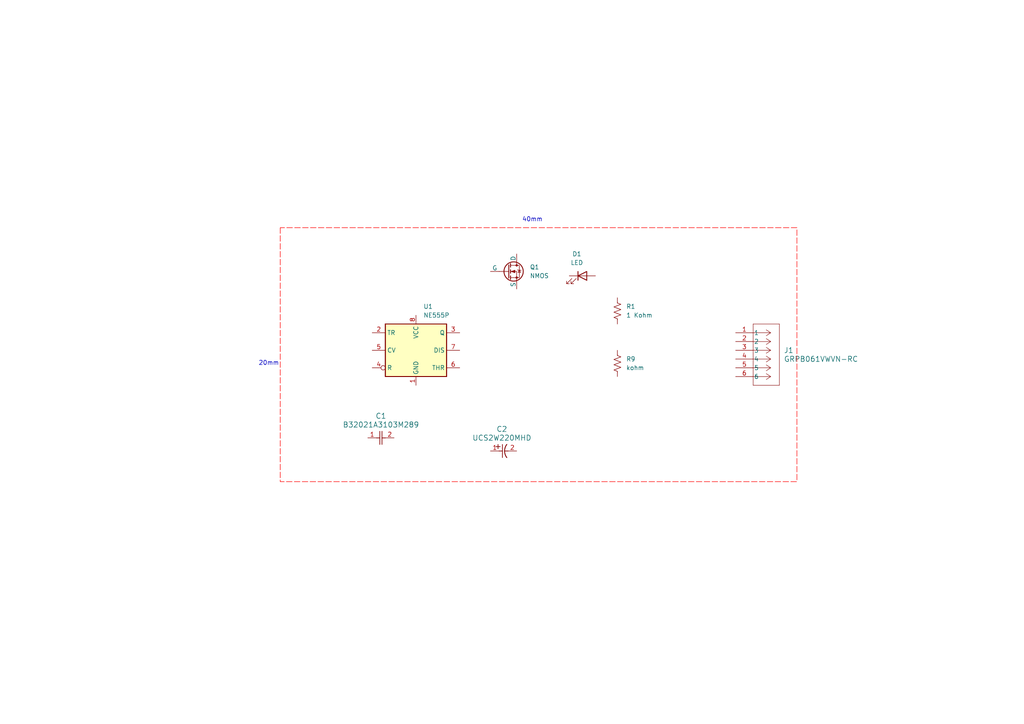
<source format=kicad_sch>
(kicad_sch (version 20250114) (generator "eeschema") (generator_version "9.0")
  (paper "A4")
  (lib_symbols
    (symbol "22uf:UCS2W220MHD" (pin_names (offset 0.254))
      (property "Reference" "C" (at 3.81 3.81 0))
      (property "Value" "UCS2W220MHD" (at 3.81 -3.81 0))
      (symbol "UCS2W220MHD_1_1"
        (polyline (pts (xy 1.5748 1.27) (xy 2.8448 1.27)) (stroke (width 0.2032)))
        (polyline (pts (xy 2.2098 0.635) (xy 2.2098 1.905)) (stroke (width 0.2032)))
        (polyline (pts (xy 2.54 0) (xy 3.4798 0)) (stroke (width 0.2032)))
        (polyline (pts (xy 3.4798 -1.905) (xy 3.4798 1.905)) (stroke (width 0.2032)))
        (polyline (pts (xy 4.1148 0) (xy 5.08 0)) (stroke (width 0.2032)))
        (arc (start 4.7541 -1.9108) (mid 4.1148 0) (end 4.7541 1.9108) (stroke (width 0.254)))
        (pin unspecified line (at 0 0 0) (length 2.54) (name "") (number "1"))
        (pin unspecified line (at 7.62 0 180) (length 2.54) (name "") (number "2"))
      )
      (symbol "UCS2W220MHD_1_2"
        (polyline (pts (xy -1.905 -3.4798) (xy 1.905 -3.4798)) (stroke (width 0.2032)))
        (polyline (pts (xy 0 -2.54) (xy 0 -3.4798)) (stroke (width 0.2032)))
        (polyline (pts (xy 0 -4.1148) (xy 0 -5.08)) (stroke (width 0.2032)))
        (arc (start -1.9108 -4.7541) (mid 0 -4.1148) (end 1.9108 -4.7541) (stroke (width 0.254)))
        (polyline (pts (xy 0.635 -2.2098) (xy 1.905 -2.2098)) (stroke (width 0.2032)))
        (polyline (pts (xy 1.27 -1.5748) (xy 1.27 -2.8448)) (stroke (width 0.2032)))
        (pin unspecified line (at 0 0 270) (length 2.54) (name "") (number "2"))
        (pin unspecified line (at 0 -7.62 90) (length 2.54) (name "") (number "1"))
      )
    )
    (symbol "6 Pin:GRPB061VWVN-RC" (pin_names (offset 0.254))
      (property "Reference" "J" (at 8.89 6.35 0))
      (property "Value" "GRPB061VWVN-RC" (at 0 0 0))
      (symbol "GRPB061VWVN-RC_1_1"
        (polyline (pts (xy 5.08 2.54) (xy 5.08 -15.24)) (stroke (width 0.127)))
        (polyline (pts (xy 5.08 -15.24) (xy 12.7 -15.24)) (stroke (width 0.127)))
        (polyline (pts (xy 10.16 0) (xy 5.08 0)) (stroke (width 0.127)))
        (polyline (pts (xy 10.16 0) (xy 8.89 0.8467)) (stroke (width 0.127)))
        (polyline (pts (xy 10.16 0) (xy 8.89 -0.8467)) (stroke (width 0.127)))
        (polyline (pts (xy 10.16 -2.54) (xy 5.08 -2.54)) (stroke (width 0.127)))
        (polyline (pts (xy 10.16 -2.54) (xy 8.89 -1.6933)) (stroke (width 0.127)))
        (polyline (pts (xy 10.16 -2.54) (xy 8.89 -3.3867)) (stroke (width 0.127)))
        (polyline (pts (xy 10.16 -5.08) (xy 5.08 -5.08)) (stroke (width 0.127)))
        (polyline (pts (xy 10.16 -5.08) (xy 8.89 -4.2333)) (stroke (width 0.127)))
        (polyline (pts (xy 10.16 -5.08) (xy 8.89 -5.9267)) (stroke (width 0.127)))
        (polyline (pts (xy 10.16 -7.62) (xy 5.08 -7.62)) (stroke (width 0.127)))
        (polyline (pts (xy 10.16 -7.62) (xy 8.89 -6.7733)) (stroke (width 0.127)))
        (polyline (pts (xy 10.16 -7.62) (xy 8.89 -8.4667)) (stroke (width 0.127)))
        (polyline (pts (xy 10.16 -10.16) (xy 5.08 -10.16)) (stroke (width 0.127)))
        (polyline (pts (xy 10.16 -10.16) (xy 8.89 -9.3133)) (stroke (width 0.127)))
        (polyline (pts (xy 10.16 -10.16) (xy 8.89 -11.0067)) (stroke (width 0.127)))
        (polyline (pts (xy 10.16 -12.7) (xy 5.08 -12.7)) (stroke (width 0.127)))
        (polyline (pts (xy 10.16 -12.7) (xy 8.89 -11.8533)) (stroke (width 0.127)))
        (polyline (pts (xy 10.16 -12.7) (xy 8.89 -13.5467)) (stroke (width 0.127)))
        (polyline (pts (xy 12.7 2.54) (xy 5.08 2.54)) (stroke (width 0.127)))
        (polyline (pts (xy 12.7 -15.24) (xy 12.7 2.54)) (stroke (width 0.127)))
        (pin unspecified line (at 0 0 0) (length 5.08) (name "1") (number "1"))
        (pin unspecified line (at 0 -2.54 0) (length 5.08) (name "2") (number "2"))
        (pin unspecified line (at 0 -5.08 0) (length 5.08) (name "3") (number "3"))
        (pin unspecified line (at 0 -7.62 0) (length 5.08) (name "4") (number "4"))
        (pin unspecified line (at 0 -10.16 0) (length 5.08) (name "5") (number "5"))
        (pin unspecified line (at 0 -12.7 0) (length 5.08) (name "6") (number "6"))
      )
      (symbol "GRPB061VWVN-RC_1_2"
        (polyline (pts (xy 5.08 2.54) (xy 5.08 -15.24)) (stroke (width 0.127)))
        (polyline (pts (xy 5.08 -15.24) (xy 12.7 -15.24)) (stroke (width 0.127)))
        (polyline (pts (xy 7.62 0) (xy 5.08 0)) (stroke (width 0.127)))
        (polyline (pts (xy 7.62 0) (xy 8.89 0.8467)) (stroke (width 0.127)))
        (polyline (pts (xy 7.62 0) (xy 8.89 -0.8467)) (stroke (width 0.127)))
        (polyline (pts (xy 7.62 -2.54) (xy 5.08 -2.54)) (stroke (width 0.127)))
        (polyline (pts (xy 7.62 -2.54) (xy 8.89 -1.6933)) (stroke (width 0.127)))
        (polyline (pts (xy 7.62 -2.54) (xy 8.89 -3.3867)) (stroke (width 0.127)))
        (polyline (pts (xy 7.62 -5.08) (xy 5.08 -5.08)) (stroke (width 0.127)))
        (polyline (pts (xy 7.62 -5.08) (xy 8.89 -4.2333)) (stroke (width 0.127)))
        (polyline (pts (xy 7.62 -5.08) (xy 8.89 -5.9267)) (stroke (width 0.127)))
        (polyline (pts (xy 7.62 -7.62) (xy 5.08 -7.62)) (stroke (width 0.127)))
        (polyline (pts (xy 7.62 -7.62) (xy 8.89 -6.7733)) (stroke (width 0.127)))
        (polyline (pts (xy 7.62 -7.62) (xy 8.89 -8.4667)) (stroke (width 0.127)))
        (polyline (pts (xy 7.62 -10.16) (xy 5.08 -10.16)) (stroke (width 0.127)))
        (polyline (pts (xy 7.62 -10.16) (xy 8.89 -9.3133)) (stroke (width 0.127)))
        (polyline (pts (xy 7.62 -10.16) (xy 8.89 -11.0067)) (stroke (width 0.127)))
        (polyline (pts (xy 7.62 -12.7) (xy 5.08 -12.7)) (stroke (width 0.127)))
        (polyline (pts (xy 7.62 -12.7) (xy 8.89 -11.8533)) (stroke (width 0.127)))
        (polyline (pts (xy 7.62 -12.7) (xy 8.89 -13.5467)) (stroke (width 0.127)))
        (polyline (pts (xy 12.7 2.54) (xy 5.08 2.54)) (stroke (width 0.127)))
        (polyline (pts (xy 12.7 -15.24) (xy 12.7 2.54)) (stroke (width 0.127)))
        (pin unspecified line (at 0 0 0) (length 5.08) (name "1") (number "1"))
        (pin unspecified line (at 0 -2.54 0) (length 5.08) (name "2") (number "2"))
        (pin unspecified line (at 0 -5.08 0) (length 5.08) (name "3") (number "3"))
        (pin unspecified line (at 0 -7.62 0) (length 5.08) (name "4") (number "4"))
        (pin unspecified line (at 0 -10.16 0) (length 5.08) (name "5") (number "5"))
        (pin unspecified line (at 0 -12.7 0) (length 5.08) (name "6") (number "6"))
      )
    )
    (symbol "C3 10nf:B32021A3103M289" (pin_names (offset 0.254))
      (property "Reference" "C" (at 3.81 3.81 0))
      (property "Value" "B32021A3103M289" (at 3.81 -3.81 0))
      (symbol "B32021A3103M289_1_1"
        (polyline (pts (xy 2.54 0) (xy 3.4798 0)) (stroke (width 0.2032)))
        (polyline (pts (xy 3.4798 -1.905) (xy 3.4798 1.905)) (stroke (width 0.2032)))
        (polyline (pts (xy 4.1148 0) (xy 5.08 0)) (stroke (width 0.2032)))
        (polyline (pts (xy 4.1148 -1.905) (xy 4.1148 1.905)) (stroke (width 0.2032)))
        (pin unspecified line (at 0 0 0) (length 2.54) (name "") (number "1"))
        (pin unspecified line (at 7.62 0 180) (length 2.54) (name "") (number "2"))
      )
      (symbol "B32021A3103M289_1_2"
        (polyline (pts (xy -1.905 -3.4798) (xy 1.905 -3.4798)) (stroke (width 0.2032)))
        (polyline (pts (xy -1.905 -4.1148) (xy 1.905 -4.1148)) (stroke (width 0.2032)))
        (polyline (pts (xy 0 -2.54) (xy 0 -3.4798)) (stroke (width 0.2032)))
        (polyline (pts (xy 0 -4.1148) (xy 0 -5.08)) (stroke (width 0.2032)))
        (pin unspecified line (at 0 0 270) (length 2.54) (name "") (number "1"))
        (pin unspecified line (at 0 -7.62 90) (length 2.54) (name "") (number "2"))
      )
    )
    (symbol "Device:LED" (pin_numbers (hide yes)) (pin_names (offset 1.016) (hide yes))
      (property "Reference" "D" (at 0 2.54 0))
      (property "Value" "LED" (at 0 -2.54 0))
      (symbol "LED_0_1"
        (polyline (pts (xy -3.048 -0.762) (xy -4.572 -2.286) (xy -3.81 -2.286) (xy -4.572 -2.286) (xy -4.572 -1.524)))
        (polyline (pts (xy -1.778 -0.762) (xy -3.302 -2.286) (xy -2.54 -2.286) (xy -3.302 -2.286) (xy -3.302 -1.524)))
        (polyline (pts (xy -1.27 0) (xy 1.27 0)))
        (polyline (pts (xy -1.27 -1.27) (xy -1.27 1.27)) (stroke (width 0.254)))
        (polyline (pts (xy 1.27 -1.27) (xy 1.27 1.27) (xy -1.27 0) (xy 1.27 -1.27)) (stroke (width 0.254)))
      )
      (symbol "LED_1_1"
        (pin passive line (at -3.81 0 0) (length 2.54) (name "K") (number "1"))
        (pin passive line (at 3.81 0 180) (length 2.54) (name "A") (number "2"))
      )
    )
    (symbol "Device:R_US" (pin_numbers (hide yes)) (pin_names (offset 0))
      (property "Reference" "R" (at 2.54 0 90))
      (property "Value" "R_US" (at -2.54 0 90))
      (symbol "R_US_0_1"
        (polyline (pts (xy 0 2.286) (xy 0 2.54)))
        (polyline (pts (xy 0 2.286) (xy 1.016 1.905) (xy 0 1.524) (xy -1.016 1.143) (xy 0 0.762)))
        (polyline (pts (xy 0 0.762) (xy 1.016 0.381) (xy 0 0) (xy -1.016 -0.381) (xy 0 -0.762)))
        (polyline (pts (xy 0 -0.762) (xy 1.016 -1.143) (xy 0 -1.524) (xy -1.016 -1.905) (xy 0 -2.286)))
        (polyline (pts (xy 0 -2.286) (xy 0 -2.54)))
      )
      (symbol "R_US_1_1"
        (pin passive line (at 0 3.81 270) (length 1.27) (name "~") (number "1"))
        (pin passive line (at 0 -3.81 90) (length 1.27) (name "~") (number "2"))
      )
    )
    (symbol "Simulation_SPICE:NMOS" (pin_numbers (hide yes)) (pin_names (offset 0))
      (property "Reference" "Q" (at 5.08 1.27 0))
      (property "Value" "NMOS" (at 5.08 -1.27 0))
      (symbol "NMOS_0_1"
        (polyline (pts (xy 0.254 1.905) (xy 0.254 -1.905)) (stroke (width 0.254)))
        (polyline (pts (xy 0.254 0) (xy -2.54 0)))
        (polyline (pts (xy 0.762 2.286) (xy 0.762 1.27)) (stroke (width 0.254)))
        (polyline (pts (xy 0.762 0.508) (xy 0.762 -0.508)) (stroke (width 0.254)))
        (polyline (pts (xy 0.762 -1.27) (xy 0.762 -2.286)) (stroke (width 0.254)))
        (polyline (pts (xy 0.762 -1.778) (xy 3.302 -1.778) (xy 3.302 1.778) (xy 0.762 1.778)))
        (polyline (pts (xy 1.016 0) (xy 2.032 0.381) (xy 2.032 -0.381) (xy 1.016 0)) (fill (type outline)))
        (circle (center 1.651 0) (radius 2.794) (stroke (width 0.254)))
        (polyline (pts (xy 2.54 2.54) (xy 2.54 1.778)))
        (circle (center 2.54 1.778) (radius 0.254) (fill (type outline)))
        (circle (center 2.54 -1.778) (radius 0.254) (fill (type outline)))
        (polyline (pts (xy 2.54 -2.54) (xy 2.54 0) (xy 0.762 0)))
        (polyline (pts (xy 2.794 0.508) (xy 2.921 0.381) (xy 3.683 0.381) (xy 3.81 0.254)))
        (polyline (pts (xy 3.302 0.381) (xy 2.921 -0.254) (xy 3.683 -0.254) (xy 3.302 0.381)))
      )
      (symbol "NMOS_1_1"
        (pin input line (at -5.08 0 0) (length 2.54) (name "G") (number "2"))
        (pin passive line (at 2.54 5.08 270) (length 2.54) (name "D") (number "1"))
        (pin passive line (at 2.54 -5.08 90) (length 2.54) (name "S") (number "3"))
      )
    )
    (symbol "Timer:NE555P"
      (property "Reference" "U" (at -10.16 8.89 0))
      (property "Value" "NE555P" (at 2.54 8.89 0))
      (symbol "NE555P_0_0"
        (pin power_in line (at 0 10.16 270) (length 2.54) (name "VCC") (number "8"))
        (pin power_in line (at 0 -10.16 90) (length 2.54) (name "GND") (number "1"))
      )
      (symbol "NE555P_0_1"
        (rectangle (start -8.89 -7.62) (end 8.89 7.62) (stroke (width 0.254)) (fill (type background)))
        (rectangle (start -8.89 -7.62) (end 8.89 7.62) (stroke (width 0.254)) (fill (type background)))
      )
      (symbol "NE555P_1_1"
        (pin input line (at -12.7 5.08 0) (length 3.81) (name "TR") (number "2"))
        (pin input line (at -12.7 0 0) (length 3.81) (name "CV") (number "5"))
        (pin input inverted (at -12.7 -5.08 0) (length 3.81) (name "R") (number "4"))
        (pin output line (at 12.7 5.08 180) (length 3.81) (name "Q") (number "3"))
        (pin input line (at 12.7 0 180) (length 3.81) (name "DIS") (number "7"))
        (pin input line (at 12.7 -5.08 180) (length 3.81) (name "THR") (number "6"))
      )
    )
  )
  (text "40mm" (at 154.432 63.754 0) (effects (font (size 1.27 1.27))))
  (text "20mm" (at 77.978 105.41 0) (effects (font (size 1.27 1.27))))
  (rule_area (polyline (pts (xy 81.28 66.04) (xy 81.28 139.7) (xy 231.14 139.7) (xy 231.14 66.04)) (stroke (width 0) (type dash))))
  (symbol (lib_id "Device:R_US") (at 179.07 90.17 0) (unit 1)
    (property "Reference" "R1" (at 181.61 88.8999 0) (effects (justify left)))
    (property "Value" "1 Kohm" (at 181.61 91.4399 0) (effects (justify left)))
    (property "Description" "Resistor, US symbol" (effects (hide yes)))
  )
  (symbol (lib_id "22uf:UCS2W220MHD") (at 142.24 130.81 0) (unit 1)
    (property "Reference" "C2" (at 145.5674 124.46 0) (effects (font (size 1.524 1.524))))
    (property "Value" "UCS2W220MHD" (at 145.5674 127 0) (effects (font (size 1.524 1.524))))
    (property "Footprint" "PCAP_16x20-THRU-ELECT_NCA" (effects (hide yes)))
    (property "Datasheet" "UCS2W220MHD" (effects (hide yes)))
  )
  (symbol (lib_id "Device:LED") (at 168.91 80.01 0) (unit 1)
    (property "Reference" "D1" (at 167.3225 73.66 0))
    (property "Value" "LED" (at 167.3225 76.2 0))
    (property "Description" "Light emitting diode" (effects (hide yes)))
    (property "Sim.Pins" "1=K 2=A" (effects (hide yes)))
  )
  (symbol (lib_id "Timer:NE555P") (at 120.65 101.6 0) (unit 1)
    (property "Reference" "U1" (at 122.7933 88.9 0) (effects (justify left)))
    (property "Value" "NE555P" (at 122.7933 91.44 0) (effects (justify left)))
    (property "Footprint" "Package_DIP:DIP-8_W7.62mm" (effects (hide yes)))
    (property "Datasheet" "http://www.ti.com/lit/ds/symlink/ne555.pdf" (effects (hide yes)))
    (property "Description" "Precision Timers, 555 compatible,  PDIP-8" (effects (hide yes)))
  )
  (symbol (lib_id "Device:R_US") (at 179.07 105.41 0) (unit 1)
    (property "Reference" "R9" (at 181.61 104.1399 0) (effects (justify left)))
    (property "Value" "kohm" (at 181.61 106.6799 0) (effects (justify left)))
    (property "Description" "Resistor, US symbol" (effects (hide yes)))
  )
  (symbol (lib_id "Simulation_SPICE:NMOS") (at 147.32 78.74 0) (unit 1)
    (property "Reference" "Q1" (at 153.67 77.4699 0) (effects (justify left)))
    (property "Value" "NMOS" (at 153.67 80.0099 0) (effects (justify left)))
    (property "Datasheet" "https://ngspice.sourceforge.io/docs/ngspice-html-manual/manual.xhtml#cha_MOSFETs" (effects (hide yes)))
    (property "Description" "N-MOSFET transistor, drain/source/gate" (effects (hide yes)))
    (property "Sim.Device" "NMOS" (effects (hide yes)))
    (property "Sim.Type" "VDMOS" (effects (hide yes)))
    (property "Sim.Pins" "1=D 2=G 3=S" (effects (hide yes)))
  )
  (symbol (lib_id "6 Pin:GRPB061VWVN-RC") (at 213.36 96.52 0) (unit 1)
    (property "Reference" "J1" (at 227.33 101.5999 0) (effects (font (size 1.524 1.524)) (justify left)))
    (property "Value" "GRPB061VWVN-RC" (at 227.33 104.1399 0) (effects (font (size 1.524 1.524)) (justify left)))
    (property "Footprint" "CONN_GRPB061VWVN-RC_SUL" (effects (hide yes)))
    (property "Datasheet" "GRPB061VWVN-RC" (effects (hide yes)))
  )
  (symbol (lib_id "C3 10nf:B32021A3103M289") (at 106.68 127 0) (unit 1)
    (property "Reference" "C1" (at 110.49 120.65 0) (effects (font (size 1.524 1.524))))
    (property "Value" "B32021A3103M289" (at 110.49 123.19 0) (effects (font (size 1.524 1.524))))
    (property "Footprint" "CAP_B32021_TDK" (effects (hide yes)))
    (property "Datasheet" "B32021A3103M289" (effects (hide yes)))
  )
)
</source>
